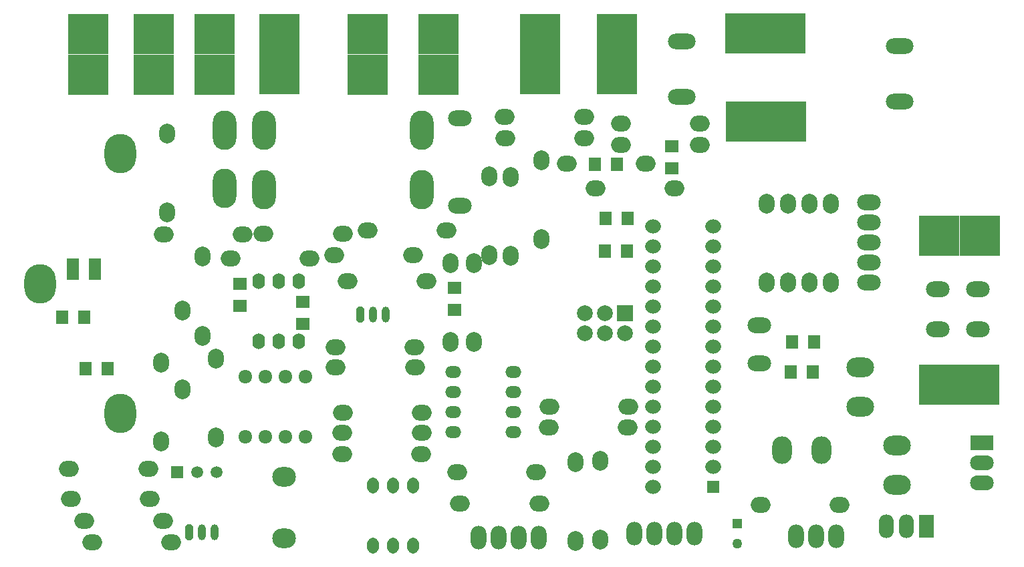
<source format=gbr>
G04 DipTrace 3.3.1.0*
G04 BottomAssy.gbr*
%MOIN*%
G04 #@! TF.FileFunction,Drawing,Bot*
G04 #@! TF.Part,Single*
%AMOUTLINE0*
4,1,20,
0.0,0.035433,
0.012166,0.033699,
0.023141,0.028666,
0.031851,0.020827,
0.037443,0.010949,
0.03937,0.0,
0.037443,-0.010949,
0.031851,-0.020827,
0.023141,-0.028666,
0.012166,-0.033699,
0.0,-0.035433,
-0.012166,-0.033699,
-0.023141,-0.028666,
-0.031851,-0.020827,
-0.037443,-0.010949,
-0.03937,0.0,
-0.037443,0.010949,
-0.031851,0.020827,
-0.023141,0.028666,
-0.012166,0.033699,
0.0,0.035433,
0*%
%AMOUTLINE3*
4,1,8,
0.019685,0.029528,
0.009843,0.03937,
-0.009843,0.03937,
-0.019685,0.029528,
-0.019685,-0.029528,
-0.009843,-0.03937,
0.009843,-0.03937,
0.019685,-0.029528,
0.019685,0.029528,
0*%
%AMOUTLINE6*
4,1,20,
0.0,0.03937,
0.009733,0.037443,
0.018513,0.031851,
0.025481,0.023141,
0.029955,0.012166,
0.031496,0.0,
0.029955,-0.012166,
0.025481,-0.023141,
0.018513,-0.031851,
0.009733,-0.037443,
0.0,-0.03937,
-0.009733,-0.037443,
-0.018513,-0.031851,
-0.025481,-0.023141,
-0.029955,-0.012166,
-0.031496,0.0,
-0.029955,0.012166,
-0.025481,0.023141,
-0.018513,0.031851,
-0.009733,0.037443,
0.0,0.03937,
0*%
G04 #@! TA.AperFunction,ComponentPad*
%ADD22R,0.062992X0.062992*%
%ADD23R,0.062992X0.070866*%
%ADD24R,0.070866X0.062992*%
G04 #@! TA.AperFunction,ComponentPad*
%ADD25O,0.11811X0.07874*%
%ADD26C,0.05*%
%ADD27R,0.05X0.05*%
%ADD28O,0.07874X0.11811*%
%ADD29R,0.07874X0.07874*%
%ADD30C,0.07874*%
%ADD31O,0.11811X0.098425*%
%ADD32O,0.03937X0.07874*%
%ADD34O,0.07874X0.098425*%
%ADD35O,0.098425X0.07874*%
%ADD36R,0.059055X0.059055*%
%ADD37C,0.059055*%
%ADD38O,0.137795X0.07874*%
%ADD39R,0.062992X0.106299*%
G04 #@! TA.AperFunction,ComponentPad*
%ADD40O,0.11811X0.19685*%
%ADD41R,0.200787X0.200787*%
%ADD42O,0.15748X0.19685*%
%ADD43O,0.070866X0.066929*%
%ADD44O,0.062992X0.07874*%
%ADD45R,0.11811X0.074803*%
%ADD46O,0.11811X0.074803*%
%ADD47R,0.074803X0.11811*%
%ADD48O,0.074803X0.11811*%
%ADD49O,0.098425X0.137795*%
%ADD50O,0.137795X0.098425*%
%ADD51O,0.07874X0.059055*%
%ADD122OUTLINE0*%
%ADD125OUTLINE3*%
%ADD128OUTLINE6*%
%FSLAX26Y26*%
G04*
G70*
G90*
G75*
G01*
G04 BotAssy*
%LPD*%
D22*
X3853543Y795276D3*
D122*
Y895276D3*
Y995276D3*
Y1095276D3*
Y1195276D3*
Y1295276D3*
Y1395276D3*
Y1495276D3*
Y1595276D3*
Y1695276D3*
Y1795276D3*
Y1895276D3*
Y1995276D3*
Y2095276D3*
X3553543D3*
Y1995276D3*
Y1895276D3*
Y1795276D3*
Y1695276D3*
Y1595276D3*
Y1495276D3*
Y1395276D3*
Y1295276D3*
Y1195276D3*
Y1095276D3*
Y995276D3*
Y895276D3*
Y795276D3*
D23*
X608268Y1641732D3*
X718504D3*
D24*
X1809055Y1610236D3*
Y1720472D3*
D23*
X835433Y1385827D3*
X725197D3*
D24*
X3649606Y2496063D3*
Y2385827D3*
D23*
X3265354Y2405512D3*
X3375591D3*
X3425591Y1972441D3*
X3315354D3*
D24*
X1493701Y1811024D3*
Y1700787D3*
X2566142Y1791339D3*
Y1681102D3*
D23*
X3428740Y2137795D3*
X3318504D3*
X4352756Y1370079D3*
X4242520D3*
X4357480Y1519685D3*
X4247244D3*
D25*
X5175591Y1783465D3*
Y1583465D3*
X4975591D3*
Y1783465D3*
X2591732Y2200787D3*
Y2635827D3*
D26*
X3974409Y511811D3*
D27*
Y611811D3*
D28*
X3462992Y562992D3*
X3562992D3*
X3662992D3*
X3762992D3*
D25*
X4631102Y1917323D3*
Y2017323D3*
Y2117323D3*
Y2217323D3*
Y1817323D3*
D29*
X3414173Y1661417D3*
D30*
X3314173D3*
X3214173D3*
X3414173Y1561417D3*
X3314173D3*
X3214173D3*
D31*
X1713780Y846457D3*
Y539370D3*
D125*
X2096064Y1657497D3*
D32*
X2159056D3*
X2222048D3*
D125*
X1242914Y570891D3*
D32*
X1305906D3*
X1368898D3*
D34*
X1308661Y1551181D3*
Y1944882D3*
D35*
X2424803Y1822835D3*
X2031102D3*
D34*
X1209843Y1283465D3*
Y1677165D3*
D35*
X4486220Y704724D3*
X4092520D3*
X1037008Y885827D3*
X643307D3*
D34*
X1101575Y1417323D3*
Y1023622D3*
D35*
X1971654Y1492126D3*
X2365354D3*
X2366929Y1393701D3*
X1973228D3*
D34*
X1375591Y1043307D3*
Y1437008D3*
D35*
X652362Y736220D3*
X1046063D3*
X2971654Y870079D3*
X2577953D3*
X1152756Y519685D3*
X759055D3*
X3268504Y2287402D3*
X3662205D3*
X3788189Y2610236D3*
X3394488D3*
X3787795Y2503937D3*
X3394094D3*
X3517323Y2409449D3*
X3123622D3*
X3035433Y1094488D3*
X3429134D3*
X2816535Y2641732D3*
X3210236D3*
X3211417Y2535433D3*
X2817717D3*
D34*
X2997638Y2425197D3*
Y2031496D3*
D35*
X3430709Y1196850D3*
X3037008D3*
D34*
X3290157Y531496D3*
Y925197D3*
X4122441Y1814961D3*
Y2208661D3*
X4227953Y1814961D3*
Y2208661D3*
X4334252Y1814961D3*
Y2208661D3*
X4440551Y1814961D3*
Y2208661D3*
D35*
X1446850Y1937008D3*
X1840551D3*
D34*
X1132283Y2559055D3*
Y2165354D3*
D35*
X1115748Y2055118D3*
X1509449D3*
X1613386Y2059055D3*
X2007087D3*
D34*
X2737402Y1952756D3*
Y2346457D3*
D35*
X2131890Y2074803D3*
X2525591D3*
X1966142Y1952756D3*
X2359843D3*
D34*
X2543701Y1913386D3*
Y1519685D3*
X2660236D3*
Y1913386D3*
X2845276Y1948819D3*
Y2342520D3*
D35*
X719685Y625984D3*
X1113386D3*
D36*
X1182677Y870079D3*
D37*
X1281102D3*
X1379528D3*
D35*
X2398031Y960630D3*
X2004331D3*
X2593307Y712598D3*
X2987008D3*
X2009449Y1165354D3*
X2403150D3*
X2006693Y1066929D3*
X2400394D3*
D38*
X4785039Y2996063D3*
Y2720474D3*
D34*
X3168504Y921260D3*
Y527559D3*
D39*
X661024Y1881890D3*
X771260D3*
D40*
X2401969Y2279528D3*
Y2574803D3*
X1614567Y2279528D3*
X1417717Y2285787D3*
X1614567Y2574803D3*
X1417717D3*
D41*
X1367717Y2854331D3*
Y3055118D3*
D42*
X898819Y1161417D3*
Y2460630D3*
X498819Y1811024D3*
D43*
X1820866Y1346457D3*
X1720866D3*
X1620866D3*
X1520866D3*
Y1046457D3*
X1620866D3*
X1720866D3*
X1820866D3*
D44*
X1787795Y1822835D3*
X1687795D3*
X1587795D3*
Y1522835D3*
X1687795D3*
X1787795D3*
D41*
X2483465Y2854331D3*
Y3055118D3*
X2132677Y2854331D3*
Y3055118D3*
D128*
X2358268Y803150D3*
X2258268D3*
X2158268D3*
Y503150D3*
X2258268D3*
X2358268D3*
D41*
X4981890Y1307087D3*
X5182677D3*
X4014567Y3059055D3*
X4215354D3*
D45*
X5195669Y1015748D3*
D46*
Y915748D3*
Y815748D3*
D47*
X4919291Y598425D3*
D48*
X4819291D3*
X4719291D3*
D49*
X4199606Y980315D3*
X4396457D3*
D50*
X4771654Y807087D3*
Y1003937D3*
D41*
X4217727Y2618110D3*
X4016940D3*
D50*
X4587402Y1393701D3*
Y1196850D3*
D41*
X4983071Y2051181D3*
X5183858D3*
D51*
X2858661Y1070866D3*
Y1170866D3*
Y1270866D3*
Y1370866D3*
X2558661D3*
Y1270866D3*
Y1170866D3*
Y1070866D3*
D38*
X3699213Y3019685D3*
Y2744096D3*
D41*
X2991339Y3057491D3*
Y2856703D3*
X3375984Y3057491D3*
Y2856703D3*
D28*
X4467323Y551181D3*
X4367323D3*
X4267323D3*
D41*
X1065354Y2854331D3*
Y3055118D3*
X738189Y2854331D3*
Y3055118D3*
X1691732Y3057491D3*
Y2856703D3*
D28*
X2685827Y543307D3*
X2785827D3*
X2885827D3*
X2985827D3*
D25*
X4084252Y1413386D3*
Y1603386D3*
M02*

</source>
